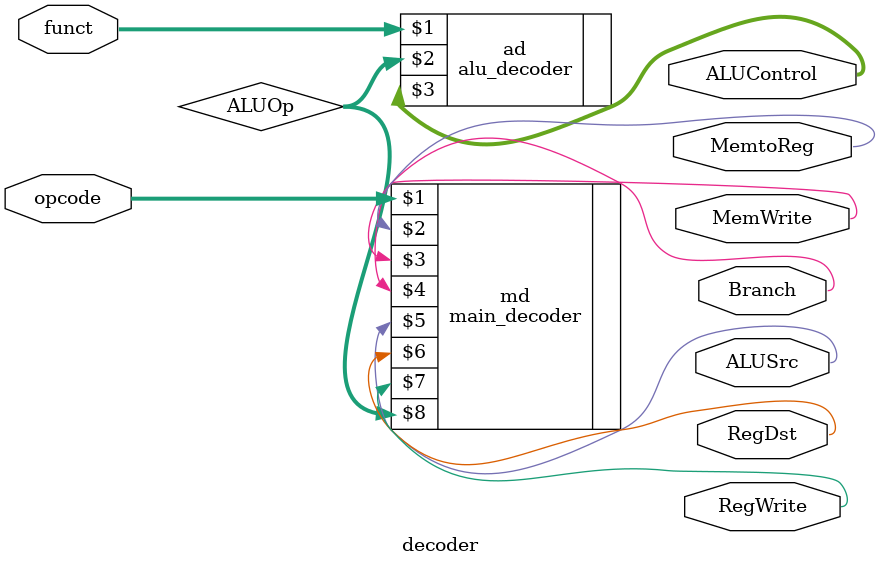
<source format=v>
module decoder(
	input [5:0] opcode, funct,
	output MemtoReg, MemWrite, Branch, ALUSrc, RegDst, RegWrite,
 	output [2:0] ALUControl
);

	wire [1:0] ALUOp;

	main_decoder md(opcode,MemtoReg, MemWrite, Branch, ALUSrc, RegDst, RegWrite,ALUOp);
	alu_decoder ad(funct,ALUOp,ALUControl);

endmodule

</source>
